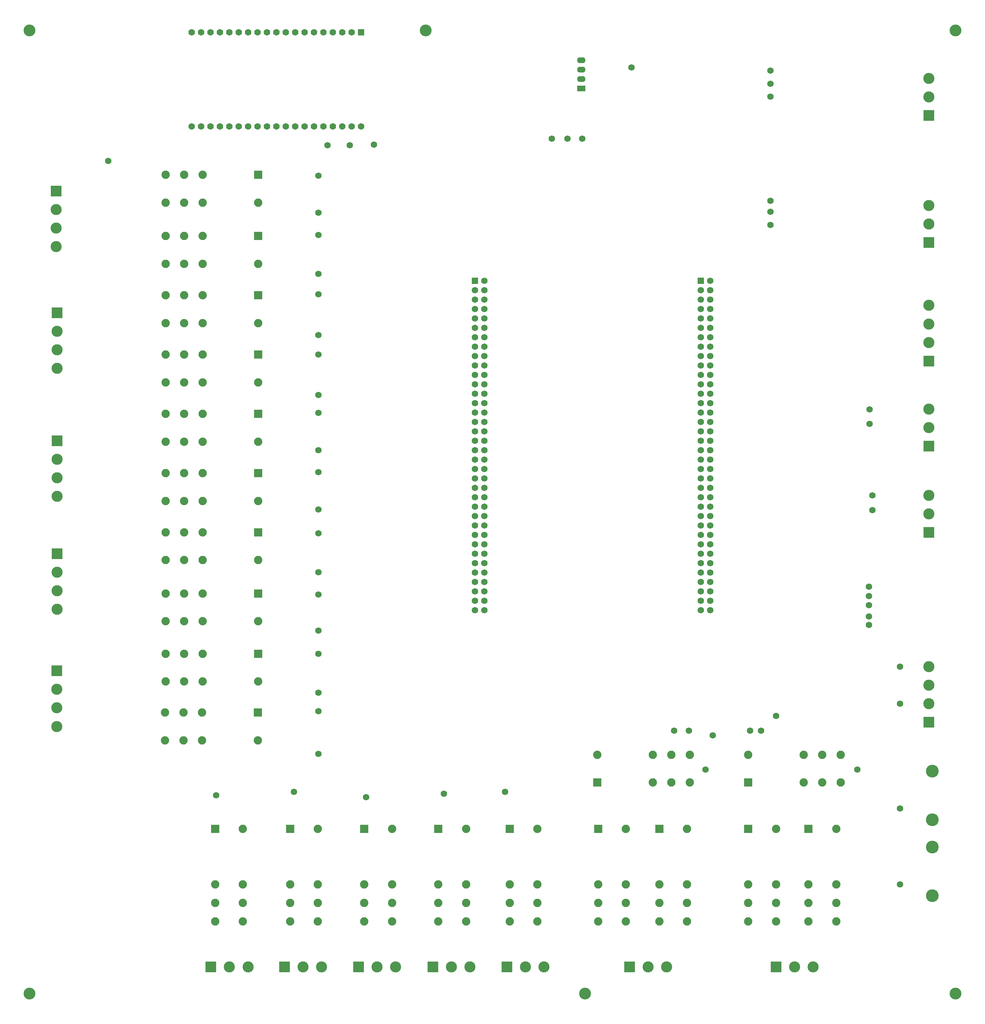
<source format=gbr>
%TF.GenerationSoftware,KiCad,Pcbnew,6.0.10-86aedd382b~118~ubuntu18.04.1*%
%TF.CreationDate,2024-06-09T22:46:36-03:00*%
%TF.ProjectId,salt,73616c74-2e6b-4696-9361-645f70636258,1.5*%
%TF.SameCoordinates,Original*%
%TF.FileFunction,Soldermask,Bot*%
%TF.FilePolarity,Negative*%
%FSLAX46Y46*%
G04 Gerber Fmt 4.6, Leading zero omitted, Abs format (unit mm)*
G04 Created by KiCad (PCBNEW 6.0.10-86aedd382b~118~ubuntu18.04.1) date 2024-06-09 22:46:36*
%MOMM*%
%LPD*%
G01*
G04 APERTURE LIST*
G04 Aperture macros list*
%AMRoundRect*
0 Rectangle with rounded corners*
0 $1 Rounding radius*
0 $2 $3 $4 $5 $6 $7 $8 $9 X,Y pos of 4 corners*
0 Add a 4 corners polygon primitive as box body*
4,1,4,$2,$3,$4,$5,$6,$7,$8,$9,$2,$3,0*
0 Add four circle primitives for the rounded corners*
1,1,$1+$1,$2,$3*
1,1,$1+$1,$4,$5*
1,1,$1+$1,$6,$7*
1,1,$1+$1,$8,$9*
0 Add four rect primitives between the rounded corners*
20,1,$1+$1,$2,$3,$4,$5,0*
20,1,$1+$1,$4,$5,$6,$7,0*
20,1,$1+$1,$6,$7,$8,$9,0*
20,1,$1+$1,$8,$9,$2,$3,0*%
G04 Aperture macros list end*
%ADD10C,1.734000*%
%ADD11R,2.250000X2.250000*%
%ADD12C,2.250000*%
%ADD13R,3.000000X3.000000*%
%ADD14C,3.000000*%
%ADD15C,3.450000*%
%ADD16C,3.200000*%
%ADD17RoundRect,0.102000X-0.780000X0.780000X-0.780000X-0.780000X0.780000X-0.780000X0.780000X0.780000X0*%
%ADD18C,1.764000*%
%ADD19RoundRect,0.102000X-0.765000X-0.765000X0.765000X-0.765000X0.765000X0.765000X-0.765000X0.765000X0*%
%ADD20R,2.300000X1.600000*%
%ADD21O,2.300000X1.600000*%
G04 APERTURE END LIST*
D10*
%TO.C,TP57*%
X118500000Y-99250000D03*
%TD*%
D11*
%TO.C,K3*%
X250750000Y-249000000D03*
D12*
X250750000Y-264000000D03*
X250750000Y-269000000D03*
X250750000Y-274000000D03*
X258250000Y-274000000D03*
X258250000Y-269000000D03*
X258250000Y-264000000D03*
X258250000Y-249000000D03*
%TD*%
D10*
%TO.C,TP32*%
X118500000Y-121000000D03*
%TD*%
D13*
%TO.C,J3*%
X283250000Y-220250000D03*
D14*
X283250000Y-215250000D03*
X283250000Y-210250000D03*
X283250000Y-205250000D03*
%TD*%
D10*
%TO.C,TP44*%
X152375000Y-239500000D03*
%TD*%
D11*
%TO.C,K9*%
X102250000Y-121000000D03*
D12*
X87250000Y-121000000D03*
X82250000Y-121000000D03*
X77250000Y-121000000D03*
X77250000Y-128500000D03*
X82250000Y-128500000D03*
X87250000Y-128500000D03*
X102250000Y-128500000D03*
%TD*%
D10*
%TO.C,TP42*%
X267088000Y-186175000D03*
%TD*%
%TO.C,TP22*%
X235000000Y-222500000D03*
%TD*%
%TO.C,TP50*%
X118500000Y-212250000D03*
%TD*%
%TO.C,TP45*%
X168875000Y-239000000D03*
%TD*%
D13*
%TO.C,J12*%
X283250000Y-169000000D03*
D14*
X283250000Y-164000000D03*
X283250000Y-159000000D03*
%TD*%
D13*
%TO.C,J8*%
X283250000Y-90800000D03*
D14*
X283250000Y-85800000D03*
X283250000Y-80800000D03*
%TD*%
D10*
%TO.C,TP29*%
X223000000Y-233000000D03*
%TD*%
%TO.C,TP23*%
X238000000Y-222500000D03*
%TD*%
%TO.C,TP34*%
X118500000Y-217250000D03*
%TD*%
D11*
%TO.C,K20*%
X90625000Y-249000000D03*
D12*
X90625000Y-264000000D03*
X90625000Y-269000000D03*
X90625000Y-274000000D03*
X98125000Y-274000000D03*
X98125000Y-269000000D03*
X98125000Y-264000000D03*
X98125000Y-249000000D03*
%TD*%
D11*
%TO.C,K19*%
X110875000Y-249000000D03*
D12*
X110875000Y-264000000D03*
X110875000Y-269000000D03*
X110875000Y-274000000D03*
X118375000Y-274000000D03*
X118375000Y-269000000D03*
X118375000Y-264000000D03*
X118375000Y-249000000D03*
%TD*%
D10*
%TO.C,TP51*%
X61750000Y-68750000D03*
%TD*%
%TO.C,TP58*%
X118500000Y-162800000D03*
%TD*%
%TO.C,TP6*%
X240500000Y-79500000D03*
%TD*%
%TO.C,TP36*%
X118500000Y-104750000D03*
%TD*%
D11*
%TO.C,K10*%
X102250000Y-89000000D03*
D12*
X87250000Y-89000000D03*
X82250000Y-89000000D03*
X77250000Y-89000000D03*
X77250000Y-96500000D03*
X82250000Y-96500000D03*
X87250000Y-96500000D03*
X102250000Y-96500000D03*
%TD*%
D13*
%TO.C,J14*%
X202500000Y-286250000D03*
D14*
X207500000Y-286250000D03*
X212500000Y-286250000D03*
%TD*%
D15*
%TO.C,J11*%
X284220000Y-267070000D03*
X284220000Y-253930000D03*
%TD*%
D10*
%TO.C,TP16*%
X203000000Y-43500000D03*
%TD*%
D13*
%TO.C,J2*%
X48000000Y-109750000D03*
D14*
X48000000Y-114750000D03*
X48000000Y-119750000D03*
X48000000Y-124750000D03*
%TD*%
D11*
%TO.C,K18*%
X170125000Y-249000000D03*
D12*
X170125000Y-264000000D03*
X170125000Y-269000000D03*
X170125000Y-274000000D03*
X177625000Y-274000000D03*
X177625000Y-269000000D03*
X177625000Y-264000000D03*
X177625000Y-249000000D03*
%TD*%
D10*
%TO.C,TP12*%
X181500000Y-62750000D03*
%TD*%
%TO.C,TP1*%
X275500000Y-215250000D03*
%TD*%
D13*
%TO.C,J1*%
X47750000Y-76875000D03*
D14*
X47750000Y-81875000D03*
X47750000Y-86875000D03*
X47750000Y-91875000D03*
%TD*%
D10*
%TO.C,TP30*%
X118500000Y-185750000D03*
%TD*%
D11*
%TO.C,K4*%
X193775000Y-236500000D03*
D12*
X208775000Y-236500000D03*
X213775000Y-236500000D03*
X218775000Y-236500000D03*
X218775000Y-229000000D03*
X213775000Y-229000000D03*
X208775000Y-229000000D03*
X193775000Y-229000000D03*
%TD*%
D13*
%TO.C,J6*%
X47875000Y-206375000D03*
D14*
X47875000Y-211375000D03*
X47875000Y-216375000D03*
X47875000Y-221375000D03*
%TD*%
D10*
%TO.C,TP27*%
X224900000Y-223800000D03*
%TD*%
%TO.C,TP46*%
X267088000Y-183675000D03*
%TD*%
D13*
%TO.C,J15*%
X283250000Y-145750000D03*
D14*
X283250000Y-140750000D03*
X283250000Y-135750000D03*
%TD*%
D13*
%TO.C,J13*%
X242000000Y-286250000D03*
D14*
X247000000Y-286250000D03*
X252000000Y-286250000D03*
%TD*%
D10*
%TO.C,TP20*%
X267250000Y-135800000D03*
%TD*%
D16*
%TO.C,H5*%
X147500000Y-33500000D03*
%TD*%
D10*
%TO.C,TP60*%
X118540000Y-131940000D03*
%TD*%
D11*
%TO.C,K11*%
X102125000Y-217625000D03*
D12*
X87125000Y-217625000D03*
X82125000Y-217625000D03*
X77125000Y-217625000D03*
X77125000Y-225125000D03*
X82125000Y-225125000D03*
X87125000Y-225125000D03*
X102125000Y-225125000D03*
%TD*%
D10*
%TO.C,TP49*%
X131375000Y-240500000D03*
%TD*%
D15*
%TO.C,J10*%
X284220000Y-246570000D03*
X284220000Y-233430000D03*
%TD*%
D13*
%TO.C,J7*%
X283250000Y-122750000D03*
D14*
X283250000Y-117750000D03*
X283250000Y-112750000D03*
X283250000Y-107750000D03*
%TD*%
D10*
%TO.C,TP31*%
X118500000Y-152750000D03*
%TD*%
%TO.C,TP7*%
X240500000Y-51400000D03*
%TD*%
%TO.C,TP25*%
X264000000Y-233000000D03*
%TD*%
%TO.C,TP18*%
X268000000Y-159000000D03*
%TD*%
%TO.C,TP41*%
X267088000Y-194000000D03*
%TD*%
%TO.C,TP26*%
X214500000Y-222500000D03*
%TD*%
D11*
%TO.C,K15*%
X102250000Y-169000000D03*
D12*
X87250000Y-169000000D03*
X82250000Y-169000000D03*
X77250000Y-169000000D03*
X77250000Y-176500000D03*
X82250000Y-176500000D03*
X87250000Y-176500000D03*
X102250000Y-176500000D03*
%TD*%
D11*
%TO.C,K14*%
X102250000Y-72500000D03*
D12*
X87250000Y-72500000D03*
X82250000Y-72500000D03*
X77250000Y-72500000D03*
X77250000Y-80000000D03*
X82250000Y-80000000D03*
X87250000Y-80000000D03*
X102250000Y-80000000D03*
%TD*%
D11*
%TO.C,K6*%
X210500000Y-249000000D03*
D12*
X210500000Y-264000000D03*
X210500000Y-269000000D03*
X210500000Y-274000000D03*
X218000000Y-274000000D03*
X218000000Y-269000000D03*
X218000000Y-264000000D03*
X218000000Y-249000000D03*
%TD*%
D10*
%TO.C,TP21*%
X267300000Y-139700000D03*
%TD*%
D13*
%TO.C,J18*%
X129375000Y-286250000D03*
D14*
X134375000Y-286250000D03*
X139375000Y-286250000D03*
%TD*%
D11*
%TO.C,K17*%
X150875000Y-249000000D03*
D12*
X150875000Y-264000000D03*
X150875000Y-269000000D03*
X150875000Y-274000000D03*
X158375000Y-274000000D03*
X158375000Y-269000000D03*
X158375000Y-264000000D03*
X158375000Y-249000000D03*
%TD*%
D11*
%TO.C,K12*%
X102250000Y-137000000D03*
D12*
X87250000Y-137000000D03*
X82250000Y-137000000D03*
X77250000Y-137000000D03*
X77250000Y-144500000D03*
X82250000Y-144500000D03*
X87250000Y-144500000D03*
X102250000Y-144500000D03*
%TD*%
D10*
%TO.C,TP9*%
X121000000Y-64500000D03*
%TD*%
D11*
%TO.C,K1*%
X234500000Y-236500000D03*
D12*
X249500000Y-236500000D03*
X254500000Y-236500000D03*
X259500000Y-236500000D03*
X259500000Y-229000000D03*
X254500000Y-229000000D03*
X249500000Y-229000000D03*
X234500000Y-229000000D03*
%TD*%
D13*
%TO.C,J19*%
X109375000Y-286250000D03*
D14*
X114375000Y-286250000D03*
X119375000Y-286250000D03*
%TD*%
D10*
%TO.C,TP28*%
X218500000Y-222500000D03*
%TD*%
%TO.C,TP56*%
X118500000Y-179750000D03*
%TD*%
%TO.C,TP48*%
X111875000Y-239000000D03*
%TD*%
%TO.C,TP3*%
X240500000Y-82500000D03*
%TD*%
%TO.C,TP55*%
X118500000Y-146800000D03*
%TD*%
%TO.C,TP37*%
X118500000Y-72750000D03*
%TD*%
D13*
%TO.C,J16*%
X169375000Y-286250000D03*
D14*
X174375000Y-286250000D03*
X179375000Y-286250000D03*
%TD*%
D10*
%TO.C,TP10*%
X185750000Y-62750000D03*
%TD*%
%TO.C,TP5*%
X240500000Y-47900000D03*
%TD*%
D16*
%TO.C,H1*%
X290500000Y-33500000D03*
%TD*%
D10*
%TO.C,TP24*%
X242000000Y-218500000D03*
%TD*%
%TO.C,TP35*%
X118500000Y-136750000D03*
%TD*%
D16*
%TO.C,H3*%
X40500000Y-33500000D03*
%TD*%
D10*
%TO.C,TP14*%
X133500000Y-64400000D03*
%TD*%
D16*
%TO.C,H4*%
X40500000Y-293500000D03*
%TD*%
D13*
%TO.C,J5*%
X48000000Y-174750000D03*
D14*
X48000000Y-179750000D03*
X48000000Y-184750000D03*
X48000000Y-189750000D03*
%TD*%
D10*
%TO.C,TP47*%
X90875000Y-240000000D03*
%TD*%
%TO.C,TP19*%
X268000000Y-163000000D03*
%TD*%
D11*
%TO.C,K7*%
X102250000Y-185500000D03*
D12*
X87250000Y-185500000D03*
X82250000Y-185500000D03*
X77250000Y-185500000D03*
X77250000Y-193000000D03*
X82250000Y-193000000D03*
X87250000Y-193000000D03*
X102250000Y-193000000D03*
%TD*%
D11*
%TO.C,K8*%
X102250000Y-153000000D03*
D12*
X87250000Y-153000000D03*
X82250000Y-153000000D03*
X77250000Y-153000000D03*
X77250000Y-160500000D03*
X82250000Y-160500000D03*
X87250000Y-160500000D03*
X102250000Y-160500000D03*
%TD*%
D11*
%TO.C,K5*%
X194000000Y-249000000D03*
D12*
X194000000Y-264000000D03*
X194000000Y-269000000D03*
X194000000Y-274000000D03*
X201500000Y-274000000D03*
X201500000Y-269000000D03*
X201500000Y-264000000D03*
X201500000Y-249000000D03*
%TD*%
D17*
%TO.C,U5*%
X130010000Y-34072936D03*
D18*
X127470000Y-34072936D03*
X124930000Y-34072936D03*
X122390000Y-34072936D03*
X119850000Y-34072936D03*
X117310000Y-34072936D03*
X114770000Y-34072936D03*
X112230000Y-34072936D03*
X109690000Y-34072936D03*
X107150000Y-34072936D03*
X104610000Y-34072936D03*
X102070000Y-34072936D03*
X99530000Y-34072936D03*
X96990000Y-34072936D03*
X94450000Y-34072936D03*
X91910000Y-34072936D03*
X89370000Y-34072936D03*
X86830000Y-34072936D03*
X84290000Y-34072936D03*
X130010000Y-59472936D03*
X127470000Y-59472936D03*
X124930000Y-59472936D03*
X122390000Y-59472936D03*
X119850000Y-59472936D03*
X117310000Y-59472936D03*
X114770000Y-59472936D03*
X112230000Y-59472936D03*
X109690000Y-59472936D03*
X107150000Y-59472936D03*
X104610000Y-59472936D03*
X102070000Y-59472936D03*
X99530000Y-59472936D03*
X96990000Y-59472936D03*
X94450000Y-59472936D03*
X91910000Y-59472936D03*
X89370000Y-59472936D03*
X86830000Y-59472936D03*
X84290000Y-59472936D03*
%TD*%
D11*
%TO.C,K13*%
X102250000Y-105000000D03*
D12*
X87250000Y-105000000D03*
X82250000Y-105000000D03*
X77250000Y-105000000D03*
X77250000Y-112500000D03*
X82250000Y-112500000D03*
X87250000Y-112500000D03*
X102250000Y-112500000D03*
%TD*%
D16*
%TO.C,H6*%
X190500000Y-293500000D03*
%TD*%
D10*
%TO.C,TP2*%
X275500000Y-205250000D03*
%TD*%
%TO.C,TP38*%
X118500000Y-169250000D03*
%TD*%
D13*
%TO.C,J9*%
X283250000Y-56500000D03*
D14*
X283250000Y-51500000D03*
X283250000Y-46500000D03*
%TD*%
D11*
%TO.C,K21*%
X130875000Y-249000000D03*
D12*
X130875000Y-264000000D03*
X130875000Y-269000000D03*
X130875000Y-274000000D03*
X138375000Y-274000000D03*
X138375000Y-269000000D03*
X138375000Y-264000000D03*
X138375000Y-249000000D03*
%TD*%
D10*
%TO.C,TP11*%
X127000000Y-64500000D03*
%TD*%
%TO.C,TP52*%
X118500000Y-228750000D03*
%TD*%
D11*
%TO.C,K16*%
X102250000Y-201750000D03*
D12*
X87250000Y-201750000D03*
X82250000Y-201750000D03*
X77250000Y-201750000D03*
X77250000Y-209250000D03*
X82250000Y-209250000D03*
X87250000Y-209250000D03*
X102250000Y-209250000D03*
%TD*%
D10*
%TO.C,TP43*%
X267088000Y-191675000D03*
%TD*%
%TO.C,TP59*%
X118500000Y-195500000D03*
%TD*%
D19*
%TO.C,U1*%
X160750000Y-101070000D03*
D10*
X163290000Y-101070000D03*
X160750000Y-103610000D03*
X163290000Y-103610000D03*
X160750000Y-106150000D03*
X163290000Y-106150000D03*
X160750000Y-108690000D03*
X163290000Y-108690000D03*
X160750000Y-111230000D03*
X163290000Y-111230000D03*
X160750000Y-113770000D03*
X163290000Y-113770000D03*
X160750000Y-116310000D03*
X163290000Y-116310000D03*
X160750000Y-118850000D03*
X163290000Y-118850000D03*
X160750000Y-121390000D03*
X163290000Y-121390000D03*
X160750000Y-123930000D03*
X163290000Y-123930000D03*
X160750000Y-126470000D03*
X163290000Y-126470000D03*
X160750000Y-129010000D03*
X163290000Y-129010000D03*
X160750000Y-131550000D03*
X163290000Y-131550000D03*
X160750000Y-134090000D03*
X163290000Y-134090000D03*
X160750000Y-136630000D03*
X163290000Y-136630000D03*
X160750000Y-139170000D03*
X163290000Y-139170000D03*
X160750000Y-141710000D03*
X163290000Y-141710000D03*
X160750000Y-144250000D03*
X163290000Y-144250000D03*
X160750000Y-146790000D03*
X163290000Y-146790000D03*
X160750000Y-149330000D03*
X163290000Y-149330000D03*
X160750000Y-151870000D03*
X163290000Y-151870000D03*
X160750000Y-154410000D03*
X163290000Y-154410000D03*
X160750000Y-156950000D03*
X163290000Y-156950000D03*
X160750000Y-159490000D03*
X163290000Y-159490000D03*
X160750000Y-162030000D03*
X163290000Y-162030000D03*
X160750000Y-164570000D03*
X163290000Y-164570000D03*
X160750000Y-167110000D03*
X163290000Y-167110000D03*
X160750000Y-169650000D03*
X163290000Y-169650000D03*
X160750000Y-172190000D03*
X163290000Y-172190000D03*
X160750000Y-174730000D03*
X163290000Y-174730000D03*
X160750000Y-177270000D03*
X163290000Y-177270000D03*
X160750000Y-179810000D03*
X163290000Y-179810000D03*
X160750000Y-182350000D03*
X163290000Y-182350000D03*
X160750000Y-184890000D03*
X163290000Y-184890000D03*
X160750000Y-187430000D03*
X163290000Y-187430000D03*
X160750000Y-189970000D03*
X163290000Y-189970000D03*
D19*
X221710000Y-101090000D03*
D10*
X224250000Y-101090000D03*
X221710000Y-103630000D03*
X224250000Y-103630000D03*
X221710000Y-106170000D03*
X224250000Y-106170000D03*
X221710000Y-108710000D03*
X224250000Y-108710000D03*
X221710000Y-111250000D03*
X224250000Y-111250000D03*
X221710000Y-113790000D03*
X224250000Y-113790000D03*
X221710000Y-116330000D03*
X224250000Y-116330000D03*
X221710000Y-118870000D03*
X224250000Y-118870000D03*
X221710000Y-121410000D03*
X224250000Y-121410000D03*
X221710000Y-123950000D03*
X224250000Y-123950000D03*
X221710000Y-126490000D03*
X224250000Y-126490000D03*
X221710000Y-129030000D03*
X224250000Y-129030000D03*
X221710000Y-131570000D03*
X224250000Y-131570000D03*
X221710000Y-134110000D03*
X224250000Y-134110000D03*
X221710000Y-136650000D03*
X224250000Y-136650000D03*
X221710000Y-139190000D03*
X224250000Y-139190000D03*
X221710000Y-141730000D03*
X224250000Y-141730000D03*
X221710000Y-144270000D03*
X224250000Y-144270000D03*
X221710000Y-146810000D03*
X224250000Y-146810000D03*
X221710000Y-149350000D03*
X224250000Y-149350000D03*
X221710000Y-151890000D03*
X224250000Y-151890000D03*
X221710000Y-154430000D03*
X224250000Y-154430000D03*
X221710000Y-156970000D03*
X224250000Y-156970000D03*
X221710000Y-159510000D03*
X224250000Y-159510000D03*
X221710000Y-162050000D03*
X224250000Y-162050000D03*
X221710000Y-164590000D03*
X224250000Y-164590000D03*
X221710000Y-167130000D03*
X224250000Y-167130000D03*
X221710000Y-169670000D03*
X224250000Y-169670000D03*
X221710000Y-172210000D03*
X224250000Y-172210000D03*
X221710000Y-174750000D03*
X224250000Y-174750000D03*
X221710000Y-177290000D03*
X224250000Y-177290000D03*
X221710000Y-179830000D03*
X224250000Y-179830000D03*
X221710000Y-182370000D03*
X224250000Y-182370000D03*
X221710000Y-184910000D03*
X224250000Y-184910000D03*
X221710000Y-187450000D03*
X224250000Y-187450000D03*
X221710000Y-189990000D03*
X224250000Y-189990000D03*
%TD*%
%TO.C,TP40*%
X267088000Y-188675000D03*
%TD*%
%TO.C,TP39*%
X118500000Y-201750000D03*
%TD*%
D13*
%TO.C,J4*%
X48000000Y-144250000D03*
D14*
X48000000Y-149250000D03*
X48000000Y-154250000D03*
X48000000Y-159250000D03*
%TD*%
D10*
%TO.C,TP54*%
X118500000Y-115750000D03*
%TD*%
D13*
%TO.C,J17*%
X149375000Y-286250000D03*
D14*
X154375000Y-286250000D03*
X159375000Y-286250000D03*
%TD*%
D10*
%TO.C,TP4*%
X240500000Y-86000000D03*
%TD*%
%TO.C,TP53*%
X118500000Y-82750000D03*
%TD*%
%TO.C,TP17*%
X275500000Y-243500000D03*
%TD*%
D13*
%TO.C,J20*%
X89500000Y-286250000D03*
D14*
X94500000Y-286250000D03*
X99500000Y-286250000D03*
%TD*%
D10*
%TO.C,TP8*%
X240500000Y-44400000D03*
%TD*%
%TO.C,TP15*%
X275500000Y-264000000D03*
%TD*%
%TO.C,TP13*%
X189750000Y-62750000D03*
%TD*%
D20*
%TO.C,U4*%
X189462500Y-49232500D03*
D21*
X189462500Y-46692500D03*
X189462500Y-44152500D03*
X189462500Y-41612500D03*
%TD*%
D10*
%TO.C,TP33*%
X118500000Y-88750000D03*
%TD*%
D11*
%TO.C,K2*%
X234500000Y-249000000D03*
D12*
X234500000Y-264000000D03*
X234500000Y-269000000D03*
X234500000Y-274000000D03*
X242000000Y-274000000D03*
X242000000Y-269000000D03*
X242000000Y-264000000D03*
X242000000Y-249000000D03*
%TD*%
D16*
%TO.C,H2*%
X290500000Y-293500000D03*
%TD*%
M02*

</source>
